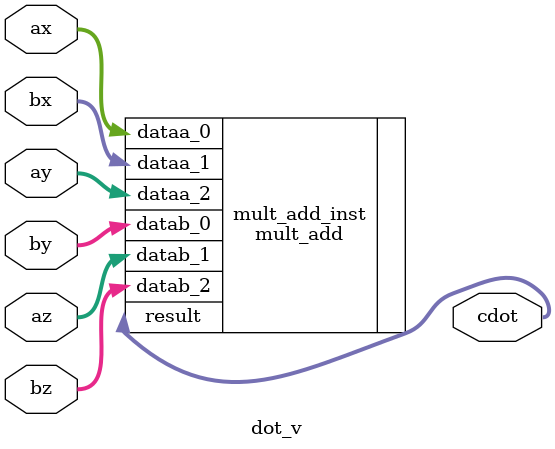
<source format=v>
module sub_v(type,ax,ay,az,bx,by,bz,cx,cy,cz);
input type;
input [31:0]ax,ay,az,bx,by,bz;
output [31:0]cx,cy,cz;


	assign cx[31:0]=(type?{ax[15:0],16'd0}:ax[31:0])-bx[31:0];
	assign cy[31:0]=(type?{ay[15:0],16'd0}:ay[31:0])-by[31:0];
	assign cz[31:0]=(type?{az[15:0],16'd0}:az[31:0])-bz[31:0];
	
endmodule

module dot_v(ax,ay,az,bx,by,bz,cdot);
input [31:0]ax,ay,az,bx,by,bz;
output [63:0]cdot;


mult_add mult_add_inst
(
	.dataa_0(ax[31:0]) ,	// input [31:0] dataa_0_sig
	.dataa_1(bx[31:0]) ,	// input [31:0] dataa_1_sig
	.dataa_2(ay[31:0]) ,	// input [31:0] dataa_2_sig
	.datab_0(by[31:0]) ,	// input [31:0] datab_0_sig
	.datab_1(az[31:0]) ,	// input [31:0] datab_1_sig
	.datab_2(bz[31:0]) ,	// input [31:0] datab_2_sig
	.result(cdot[63:0]) 	// output [65:0] result_sig
);


endmodule

</source>
